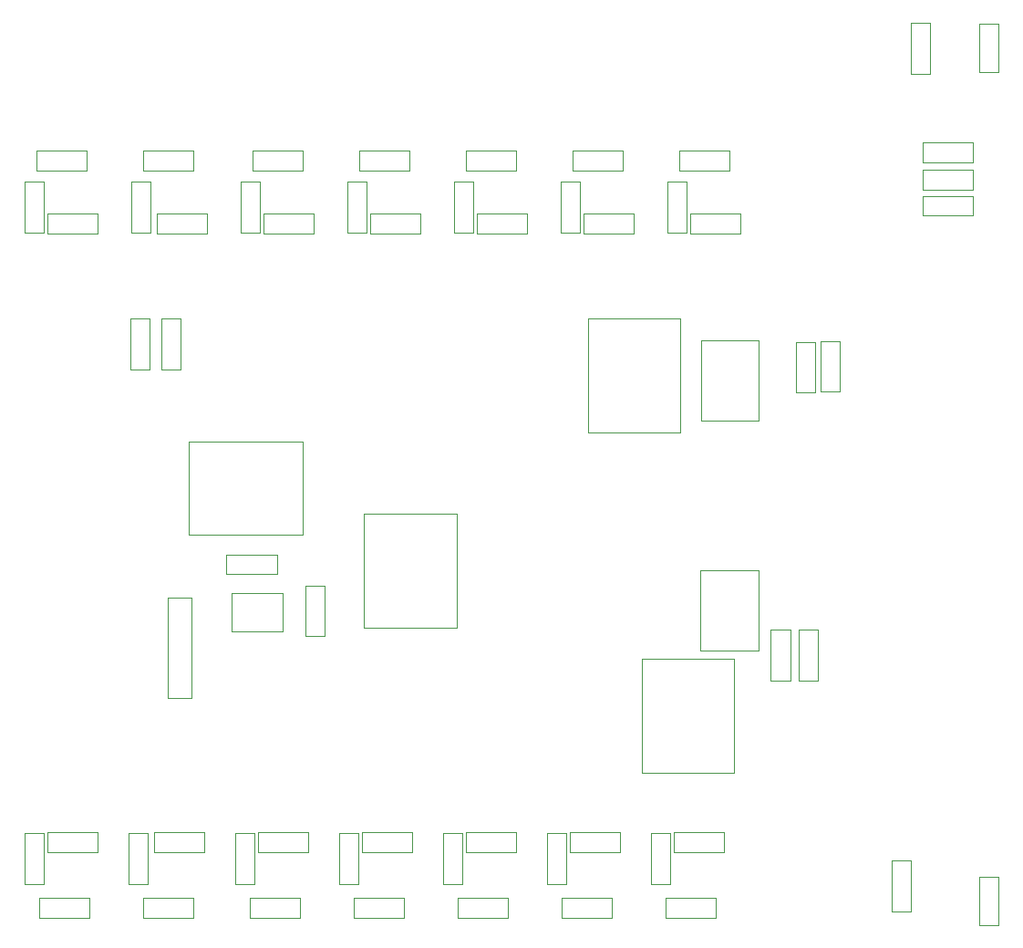
<source format=gbr>
G04 #@! TF.FileFunction,Other,User*
%FSLAX46Y46*%
G04 Gerber Fmt 4.6, Leading zero omitted, Abs format (unit mm)*
G04 Created by KiCad (PCBNEW 4.0.6-e0-6349~53~ubuntu16.04.1) date Thu Jun 29 18:49:34 2017*
%MOMM*%
%LPD*%
G01*
G04 APERTURE LIST*
%ADD10C,0.100000*%
%ADD11C,0.050000*%
G04 APERTURE END LIST*
D10*
D11*
X143353500Y-70520500D02*
X153953500Y-70520500D01*
X143353500Y-70520500D02*
X143353500Y-61940500D01*
X153953500Y-61940500D02*
X153953500Y-70520500D01*
X153953500Y-61940500D02*
X143353500Y-61940500D01*
X168247000Y-79214000D02*
X168247000Y-68614000D01*
X168247000Y-79214000D02*
X159667000Y-79214000D01*
X159667000Y-68614000D02*
X168247000Y-68614000D01*
X159667000Y-68614000D02*
X159667000Y-79214000D01*
X180431500Y-50453000D02*
X180431500Y-61053000D01*
X180431500Y-50453000D02*
X189011500Y-50453000D01*
X189011500Y-61053000D02*
X180431500Y-61053000D01*
X189011500Y-61053000D02*
X189011500Y-50453000D01*
X194002600Y-92625200D02*
X194002600Y-82025200D01*
X194002600Y-92625200D02*
X185422600Y-92625200D01*
X185422600Y-82025200D02*
X194002600Y-82025200D01*
X185422600Y-82025200D02*
X185422600Y-92625200D01*
X218558000Y-106771000D02*
X218558000Y-102271000D01*
X218558000Y-106771000D02*
X216808000Y-106771000D01*
X216808000Y-102271000D02*
X218558000Y-102271000D01*
X216808000Y-102271000D02*
X216808000Y-106771000D01*
X216798000Y-23150000D02*
X216798000Y-27650000D01*
X216798000Y-23150000D02*
X218548000Y-23150000D01*
X218548000Y-27650000D02*
X216798000Y-27650000D01*
X218548000Y-27650000D02*
X218548000Y-23150000D01*
X128132000Y-98234000D02*
X128132000Y-102934000D01*
X128132000Y-98234000D02*
X129932000Y-98234000D01*
X129932000Y-102934000D02*
X128132000Y-102934000D01*
X129932000Y-102934000D02*
X129932000Y-98234000D01*
X134938000Y-98160000D02*
X130238000Y-98160000D01*
X134938000Y-98160000D02*
X134938000Y-99960000D01*
X130238000Y-99960000D02*
X130238000Y-98160000D01*
X130238000Y-99960000D02*
X134938000Y-99960000D01*
X129476000Y-106056000D02*
X134176000Y-106056000D01*
X129476000Y-106056000D02*
X129476000Y-104256000D01*
X134176000Y-104256000D02*
X134176000Y-106056000D01*
X134176000Y-104256000D02*
X129476000Y-104256000D01*
X137784000Y-98234000D02*
X137784000Y-102934000D01*
X137784000Y-98234000D02*
X139584000Y-98234000D01*
X139584000Y-102934000D02*
X137784000Y-102934000D01*
X139584000Y-102934000D02*
X139584000Y-98234000D01*
X144844000Y-98160000D02*
X140144000Y-98160000D01*
X144844000Y-98160000D02*
X144844000Y-99960000D01*
X140144000Y-99960000D02*
X140144000Y-98160000D01*
X140144000Y-99960000D02*
X144844000Y-99960000D01*
X139128000Y-106056000D02*
X143828000Y-106056000D01*
X139128000Y-106056000D02*
X139128000Y-104256000D01*
X143828000Y-104256000D02*
X143828000Y-106056000D01*
X143828000Y-104256000D02*
X139128000Y-104256000D01*
X147690000Y-98234000D02*
X147690000Y-102934000D01*
X147690000Y-98234000D02*
X149490000Y-98234000D01*
X149490000Y-102934000D02*
X147690000Y-102934000D01*
X149490000Y-102934000D02*
X149490000Y-98234000D01*
X154496000Y-98160000D02*
X149796000Y-98160000D01*
X154496000Y-98160000D02*
X154496000Y-99960000D01*
X149796000Y-99960000D02*
X149796000Y-98160000D01*
X149796000Y-99960000D02*
X154496000Y-99960000D01*
X149034000Y-106056000D02*
X153734000Y-106056000D01*
X149034000Y-106056000D02*
X149034000Y-104256000D01*
X153734000Y-104256000D02*
X153734000Y-106056000D01*
X153734000Y-104256000D02*
X149034000Y-104256000D01*
X157342000Y-98234000D02*
X157342000Y-102934000D01*
X157342000Y-98234000D02*
X159142000Y-98234000D01*
X159142000Y-102934000D02*
X157342000Y-102934000D01*
X159142000Y-102934000D02*
X159142000Y-98234000D01*
X164148000Y-98160000D02*
X159448000Y-98160000D01*
X164148000Y-98160000D02*
X164148000Y-99960000D01*
X159448000Y-99960000D02*
X159448000Y-98160000D01*
X159448000Y-99960000D02*
X164148000Y-99960000D01*
X158686000Y-106056000D02*
X163386000Y-106056000D01*
X158686000Y-106056000D02*
X158686000Y-104256000D01*
X163386000Y-104256000D02*
X163386000Y-106056000D01*
X163386000Y-104256000D02*
X158686000Y-104256000D01*
X166994000Y-98234000D02*
X166994000Y-102934000D01*
X166994000Y-98234000D02*
X168794000Y-98234000D01*
X168794000Y-102934000D02*
X166994000Y-102934000D01*
X168794000Y-102934000D02*
X168794000Y-98234000D01*
X173800000Y-98160000D02*
X169100000Y-98160000D01*
X173800000Y-98160000D02*
X173800000Y-99960000D01*
X169100000Y-99960000D02*
X169100000Y-98160000D01*
X169100000Y-99960000D02*
X173800000Y-99960000D01*
X168338000Y-106056000D02*
X173038000Y-106056000D01*
X168338000Y-106056000D02*
X168338000Y-104256000D01*
X173038000Y-104256000D02*
X173038000Y-106056000D01*
X173038000Y-104256000D02*
X168338000Y-104256000D01*
X176646000Y-98234000D02*
X176646000Y-102934000D01*
X176646000Y-98234000D02*
X178446000Y-98234000D01*
X178446000Y-102934000D02*
X176646000Y-102934000D01*
X178446000Y-102934000D02*
X178446000Y-98234000D01*
X183452000Y-98160000D02*
X178752000Y-98160000D01*
X183452000Y-98160000D02*
X183452000Y-99960000D01*
X178752000Y-99960000D02*
X178752000Y-98160000D01*
X178752000Y-99960000D02*
X183452000Y-99960000D01*
X177990000Y-106056000D02*
X182690000Y-106056000D01*
X177990000Y-106056000D02*
X177990000Y-104256000D01*
X182690000Y-104256000D02*
X182690000Y-106056000D01*
X182690000Y-104256000D02*
X177990000Y-104256000D01*
X186298000Y-98234000D02*
X186298000Y-102934000D01*
X186298000Y-98234000D02*
X188098000Y-98234000D01*
X188098000Y-102934000D02*
X186298000Y-102934000D01*
X188098000Y-102934000D02*
X188098000Y-98234000D01*
X193104000Y-98160000D02*
X188404000Y-98160000D01*
X193104000Y-98160000D02*
X193104000Y-99960000D01*
X188404000Y-99960000D02*
X188404000Y-98160000D01*
X188404000Y-99960000D02*
X193104000Y-99960000D01*
X187642000Y-106056000D02*
X192342000Y-106056000D01*
X187642000Y-106056000D02*
X187642000Y-104256000D01*
X192342000Y-104256000D02*
X192342000Y-106056000D01*
X192342000Y-104256000D02*
X187642000Y-104256000D01*
X146875000Y-74179000D02*
X151575000Y-74179000D01*
X146875000Y-74179000D02*
X146875000Y-72379000D01*
X151575000Y-72379000D02*
X151575000Y-74179000D01*
X151575000Y-72379000D02*
X146875000Y-72379000D01*
X155967000Y-79947000D02*
X155967000Y-75247000D01*
X155967000Y-79947000D02*
X154167000Y-79947000D01*
X154167000Y-75247000D02*
X155967000Y-75247000D01*
X154167000Y-75247000D02*
X154167000Y-79947000D01*
X129932000Y-42482000D02*
X129932000Y-37782000D01*
X129932000Y-42482000D02*
X128132000Y-42482000D01*
X128132000Y-37782000D02*
X129932000Y-37782000D01*
X128132000Y-37782000D02*
X128132000Y-42482000D01*
X134938000Y-40756000D02*
X130238000Y-40756000D01*
X134938000Y-40756000D02*
X134938000Y-42556000D01*
X130238000Y-42556000D02*
X130238000Y-40756000D01*
X130238000Y-42556000D02*
X134938000Y-42556000D01*
X129222000Y-36714000D02*
X133922000Y-36714000D01*
X129222000Y-36714000D02*
X129222000Y-34914000D01*
X133922000Y-34914000D02*
X133922000Y-36714000D01*
X133922000Y-34914000D02*
X129222000Y-34914000D01*
X139838000Y-42482000D02*
X139838000Y-37782000D01*
X139838000Y-42482000D02*
X138038000Y-42482000D01*
X138038000Y-37782000D02*
X139838000Y-37782000D01*
X138038000Y-37782000D02*
X138038000Y-42482000D01*
X145098000Y-40756000D02*
X140398000Y-40756000D01*
X145098000Y-40756000D02*
X145098000Y-42556000D01*
X140398000Y-42556000D02*
X140398000Y-40756000D01*
X140398000Y-42556000D02*
X145098000Y-42556000D01*
X139128000Y-36714000D02*
X143828000Y-36714000D01*
X139128000Y-36714000D02*
X139128000Y-34914000D01*
X143828000Y-34914000D02*
X143828000Y-36714000D01*
X143828000Y-34914000D02*
X139128000Y-34914000D01*
X149998000Y-42482000D02*
X149998000Y-37782000D01*
X149998000Y-42482000D02*
X148198000Y-42482000D01*
X148198000Y-37782000D02*
X149998000Y-37782000D01*
X148198000Y-37782000D02*
X148198000Y-42482000D01*
X155004000Y-40756000D02*
X150304000Y-40756000D01*
X155004000Y-40756000D02*
X155004000Y-42556000D01*
X150304000Y-42556000D02*
X150304000Y-40756000D01*
X150304000Y-42556000D02*
X155004000Y-42556000D01*
X149288000Y-36714000D02*
X153988000Y-36714000D01*
X149288000Y-36714000D02*
X149288000Y-34914000D01*
X153988000Y-34914000D02*
X153988000Y-36714000D01*
X153988000Y-34914000D02*
X149288000Y-34914000D01*
X159904000Y-42482000D02*
X159904000Y-37782000D01*
X159904000Y-42482000D02*
X158104000Y-42482000D01*
X158104000Y-37782000D02*
X159904000Y-37782000D01*
X158104000Y-37782000D02*
X158104000Y-42482000D01*
X164910000Y-40756000D02*
X160210000Y-40756000D01*
X164910000Y-40756000D02*
X164910000Y-42556000D01*
X160210000Y-42556000D02*
X160210000Y-40756000D01*
X160210000Y-42556000D02*
X164910000Y-42556000D01*
X159194000Y-36714000D02*
X163894000Y-36714000D01*
X159194000Y-36714000D02*
X159194000Y-34914000D01*
X163894000Y-34914000D02*
X163894000Y-36714000D01*
X163894000Y-34914000D02*
X159194000Y-34914000D01*
X169810000Y-42482000D02*
X169810000Y-37782000D01*
X169810000Y-42482000D02*
X168010000Y-42482000D01*
X168010000Y-37782000D02*
X169810000Y-37782000D01*
X168010000Y-37782000D02*
X168010000Y-42482000D01*
X174816000Y-40756000D02*
X170116000Y-40756000D01*
X174816000Y-40756000D02*
X174816000Y-42556000D01*
X170116000Y-42556000D02*
X170116000Y-40756000D01*
X170116000Y-42556000D02*
X174816000Y-42556000D01*
X169100000Y-36714000D02*
X173800000Y-36714000D01*
X169100000Y-36714000D02*
X169100000Y-34914000D01*
X173800000Y-34914000D02*
X173800000Y-36714000D01*
X173800000Y-34914000D02*
X169100000Y-34914000D01*
X179716000Y-42482000D02*
X179716000Y-37782000D01*
X179716000Y-42482000D02*
X177916000Y-42482000D01*
X177916000Y-37782000D02*
X179716000Y-37782000D01*
X177916000Y-37782000D02*
X177916000Y-42482000D01*
X184722000Y-40756000D02*
X180022000Y-40756000D01*
X184722000Y-40756000D02*
X184722000Y-42556000D01*
X180022000Y-42556000D02*
X180022000Y-40756000D01*
X180022000Y-42556000D02*
X184722000Y-42556000D01*
X179006000Y-36714000D02*
X183706000Y-36714000D01*
X179006000Y-36714000D02*
X179006000Y-34914000D01*
X183706000Y-34914000D02*
X183706000Y-36714000D01*
X183706000Y-34914000D02*
X179006000Y-34914000D01*
X189622000Y-42482000D02*
X189622000Y-37782000D01*
X189622000Y-42482000D02*
X187822000Y-42482000D01*
X187822000Y-37782000D02*
X189622000Y-37782000D01*
X187822000Y-37782000D02*
X187822000Y-42482000D01*
X194628000Y-40756000D02*
X189928000Y-40756000D01*
X194628000Y-40756000D02*
X194628000Y-42556000D01*
X189928000Y-42556000D02*
X189928000Y-40756000D01*
X189928000Y-42556000D02*
X194628000Y-42556000D01*
X188912000Y-36714000D02*
X193612000Y-36714000D01*
X188912000Y-36714000D02*
X188912000Y-34914000D01*
X193612000Y-34914000D02*
X193612000Y-36714000D01*
X193612000Y-34914000D02*
X188912000Y-34914000D01*
X201814000Y-84074500D02*
X201814000Y-79374500D01*
X201814000Y-84074500D02*
X200014000Y-84074500D01*
X200014000Y-79374500D02*
X201814000Y-79374500D01*
X200014000Y-79374500D02*
X200014000Y-84074500D01*
X197410500Y-79374500D02*
X197410500Y-84074500D01*
X197410500Y-79374500D02*
X199210500Y-79374500D01*
X199210500Y-84074500D02*
X197410500Y-84074500D01*
X199210500Y-84074500D02*
X199210500Y-79374500D01*
X199760000Y-52641000D02*
X199760000Y-57341000D01*
X199760000Y-52641000D02*
X201560000Y-52641000D01*
X201560000Y-57341000D02*
X199760000Y-57341000D01*
X201560000Y-57341000D02*
X201560000Y-52641000D01*
X203846000Y-57277500D02*
X203846000Y-52577500D01*
X203846000Y-57277500D02*
X202046000Y-57277500D01*
X202046000Y-52577500D02*
X203846000Y-52577500D01*
X202046000Y-52577500D02*
X202046000Y-57277500D01*
X210450000Y-105474000D02*
X210450000Y-100774000D01*
X210450000Y-105474000D02*
X208650000Y-105474000D01*
X208650000Y-100774000D02*
X210450000Y-100774000D01*
X208650000Y-100774000D02*
X208650000Y-105474000D01*
X210428000Y-23050000D02*
X210428000Y-27750000D01*
X210428000Y-23050000D02*
X212228000Y-23050000D01*
X212228000Y-27750000D02*
X210428000Y-27750000D01*
X212228000Y-27750000D02*
X212228000Y-23050000D01*
X147333000Y-75924000D02*
X147333000Y-79524000D01*
X152133000Y-75924000D02*
X147333000Y-75924000D01*
X152133000Y-79524000D02*
X152133000Y-75924000D01*
X147333000Y-79524000D02*
X152133000Y-79524000D01*
X196248000Y-81327000D02*
X190848000Y-81327000D01*
X196248000Y-73867000D02*
X190848000Y-73867000D01*
X196248000Y-81327000D02*
X196248000Y-73867000D01*
X190848000Y-81327000D02*
X190848000Y-73867000D01*
X190911500Y-52467500D02*
X196311500Y-52467500D01*
X190911500Y-59927500D02*
X196311500Y-59927500D01*
X190911500Y-52467500D02*
X190911500Y-59927500D01*
X196311500Y-52467500D02*
X196311500Y-59927500D01*
X143594000Y-85676000D02*
X143594000Y-76376000D01*
X143594000Y-76376000D02*
X141394000Y-76376000D01*
X141394000Y-76376000D02*
X141394000Y-85676000D01*
X141394000Y-85676000D02*
X143594000Y-85676000D01*
X216218000Y-36692000D02*
X211518000Y-36692000D01*
X216218000Y-36692000D02*
X216218000Y-38492000D01*
X211518000Y-38492000D02*
X211518000Y-36692000D01*
X211518000Y-38492000D02*
X216218000Y-38492000D01*
X216218000Y-34152000D02*
X211518000Y-34152000D01*
X216218000Y-34152000D02*
X216218000Y-35952000D01*
X211518000Y-35952000D02*
X211518000Y-34152000D01*
X211518000Y-35952000D02*
X216218000Y-35952000D01*
X211518000Y-40905000D02*
X216218000Y-40905000D01*
X211518000Y-40905000D02*
X211518000Y-39105000D01*
X216218000Y-39105000D02*
X216218000Y-40905000D01*
X216218000Y-39105000D02*
X211518000Y-39105000D01*
X142632000Y-55182000D02*
X142632000Y-50482000D01*
X142632000Y-55182000D02*
X140832000Y-55182000D01*
X140832000Y-50482000D02*
X142632000Y-50482000D01*
X140832000Y-50482000D02*
X140832000Y-55182000D01*
X139711000Y-55182000D02*
X139711000Y-50482000D01*
X139711000Y-55182000D02*
X137911000Y-55182000D01*
X137911000Y-50482000D02*
X139711000Y-50482000D01*
X137911000Y-50482000D02*
X137911000Y-55182000D01*
M02*

</source>
